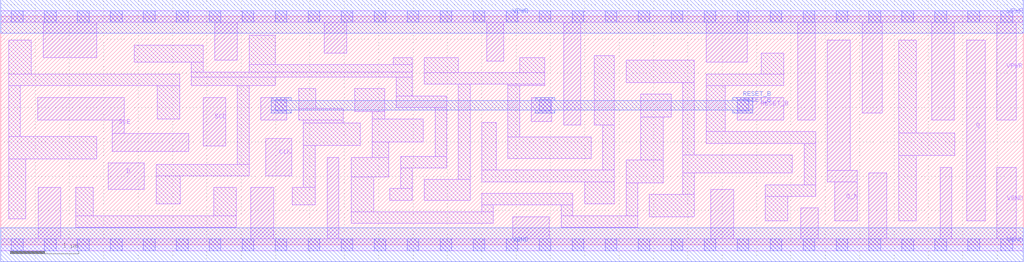
<source format=lef>
# Copyright 2020 The SkyWater PDK Authors
#
# Licensed under the Apache License, Version 2.0 (the "License");
# you may not use this file except in compliance with the License.
# You may obtain a copy of the License at
#
#     https://www.apache.org/licenses/LICENSE-2.0
#
# Unless required by applicable law or agreed to in writing, software
# distributed under the License is distributed on an "AS IS" BASIS,
# WITHOUT WARRANTIES OR CONDITIONS OF ANY KIND, either express or implied.
# See the License for the specific language governing permissions and
# limitations under the License.
#
# SPDX-License-Identifier: Apache-2.0

VERSION 5.7 ;
  NAMESCASESENSITIVE ON ;
  NOWIREEXTENSIONATPIN ON ;
  DIVIDERCHAR "/" ;
  BUSBITCHARS "[]" ;
UNITS
  DATABASE MICRONS 200 ;
END UNITS
MACRO sky130_fd_sc_ms__sdfrbp_2
  CLASS CORE ;
  SOURCE USER ;
  FOREIGN sky130_fd_sc_ms__sdfrbp_2 ;
  ORIGIN  0.000000  0.000000 ;
  SIZE  14.88000 BY  3.330000 ;
  SYMMETRY X Y R90 ;
  SITE unit ;
  PIN D
    ANTENNAGATEAREA  0.178200 ;
    DIRECTION INPUT ;
    USE SIGNAL ;
    PORT
      LAYER li1 ;
        RECT 1.565000 0.810000 2.090000 1.190000 ;
    END
  END D
  PIN Q
    ANTENNADIFFAREA  0.509600 ;
    DIRECTION OUTPUT ;
    USE SIGNAL ;
    PORT
      LAYER li1 ;
        RECT 14.055000 0.350000 14.325000 2.980000 ;
    END
  END Q
  PIN Q_N
    ANTENNADIFFAREA  0.509600 ;
    DIRECTION OUTPUT ;
    USE SIGNAL ;
    PORT
      LAYER li1 ;
        RECT 12.030000 0.915000 12.465000 1.085000 ;
        RECT 12.030000 1.085000 12.360000 2.980000 ;
        RECT 12.135000 0.350000 12.465000 0.915000 ;
    END
  END Q_N
  PIN RESET_B
    ANTENNAGATEAREA  0.455400 ;
    DIRECTION INPUT ;
    USE SIGNAL ;
    PORT
      LAYER li1 ;
        RECT  3.785000 1.820000  4.165000 2.150000 ;
        RECT  7.720000 1.795000  8.020000 2.150000 ;
        RECT 10.715000 1.820000 11.395000 2.150000 ;
      LAYER mcon ;
        RECT  3.995000 1.950000  4.165000 2.120000 ;
        RECT  7.835000 1.950000  8.005000 2.120000 ;
        RECT 10.715000 1.950000 10.885000 2.120000 ;
      LAYER met1 ;
        RECT  3.935000 1.920000  4.225000 1.965000 ;
        RECT  3.935000 1.965000 10.945000 2.105000 ;
        RECT  3.935000 2.105000  4.225000 2.150000 ;
        RECT  7.775000 1.920000  8.065000 1.965000 ;
        RECT  7.775000 2.105000  8.065000 2.150000 ;
        RECT 10.655000 1.920000 10.945000 1.965000 ;
        RECT 10.655000 2.105000 10.945000 2.150000 ;
    END
  END RESET_B
  PIN SCD
    ANTENNAGATEAREA  0.178200 ;
    DIRECTION INPUT ;
    USE SIGNAL ;
    PORT
      LAYER li1 ;
        RECT 2.945000 1.440000 3.275000 2.150000 ;
    END
  END SCD
  PIN SCE
    ANTENNAGATEAREA  0.356400 ;
    DIRECTION INPUT ;
    USE SIGNAL ;
    PORT
      LAYER li1 ;
        RECT 0.540000 1.820000 1.795000 2.150000 ;
        RECT 1.625000 1.360000 2.735000 1.620000 ;
        RECT 1.625000 1.620000 1.795000 1.820000 ;
    END
  END SCE
  PIN CLK
    ANTENNAGATEAREA  0.312600 ;
    DIRECTION INPUT ;
    USE CLOCK ;
    PORT
      LAYER li1 ;
        RECT 3.855000 1.005000 4.235000 1.550000 ;
    END
  END CLK
  PIN VGND
    DIRECTION INOUT ;
    USE GROUND ;
    PORT
      LAYER li1 ;
        RECT  0.000000 -0.085000 14.880000 0.085000 ;
        RECT  0.545000  0.085000  0.875000 0.835000 ;
        RECT  3.640000  0.085000  3.970000 0.835000 ;
        RECT  4.750000  0.085000  4.920000 1.275000 ;
        RECT  7.450000  0.085000  7.985000 0.410000 ;
        RECT 10.335000  0.085000 10.665000 0.810000 ;
        RECT 11.645000  0.085000 11.895000 0.535000 ;
        RECT 12.635000  0.085000 12.895000 1.050000 ;
        RECT 13.670000  0.085000 13.840000 1.130000 ;
        RECT 14.495000  0.085000 14.780000 1.130000 ;
      LAYER mcon ;
        RECT  0.155000 -0.085000  0.325000 0.085000 ;
        RECT  0.635000 -0.085000  0.805000 0.085000 ;
        RECT  1.115000 -0.085000  1.285000 0.085000 ;
        RECT  1.595000 -0.085000  1.765000 0.085000 ;
        RECT  2.075000 -0.085000  2.245000 0.085000 ;
        RECT  2.555000 -0.085000  2.725000 0.085000 ;
        RECT  3.035000 -0.085000  3.205000 0.085000 ;
        RECT  3.515000 -0.085000  3.685000 0.085000 ;
        RECT  3.995000 -0.085000  4.165000 0.085000 ;
        RECT  4.475000 -0.085000  4.645000 0.085000 ;
        RECT  4.955000 -0.085000  5.125000 0.085000 ;
        RECT  5.435000 -0.085000  5.605000 0.085000 ;
        RECT  5.915000 -0.085000  6.085000 0.085000 ;
        RECT  6.395000 -0.085000  6.565000 0.085000 ;
        RECT  6.875000 -0.085000  7.045000 0.085000 ;
        RECT  7.355000 -0.085000  7.525000 0.085000 ;
        RECT  7.835000 -0.085000  8.005000 0.085000 ;
        RECT  8.315000 -0.085000  8.485000 0.085000 ;
        RECT  8.795000 -0.085000  8.965000 0.085000 ;
        RECT  9.275000 -0.085000  9.445000 0.085000 ;
        RECT  9.755000 -0.085000  9.925000 0.085000 ;
        RECT 10.235000 -0.085000 10.405000 0.085000 ;
        RECT 10.715000 -0.085000 10.885000 0.085000 ;
        RECT 11.195000 -0.085000 11.365000 0.085000 ;
        RECT 11.675000 -0.085000 11.845000 0.085000 ;
        RECT 12.155000 -0.085000 12.325000 0.085000 ;
        RECT 12.635000 -0.085000 12.805000 0.085000 ;
        RECT 13.115000 -0.085000 13.285000 0.085000 ;
        RECT 13.595000 -0.085000 13.765000 0.085000 ;
        RECT 14.075000 -0.085000 14.245000 0.085000 ;
        RECT 14.555000 -0.085000 14.725000 0.085000 ;
      LAYER met1 ;
        RECT 0.000000 -0.245000 14.880000 0.245000 ;
    END
  END VGND
  PIN VPWR
    DIRECTION INOUT ;
    USE POWER ;
    PORT
      LAYER li1 ;
        RECT  0.000000 3.245000 14.880000 3.415000 ;
        RECT  0.615000 2.730000  1.400000 3.245000 ;
        RECT  3.115000 2.690000  3.445000 3.245000 ;
        RECT  4.705000 2.795000  5.035000 3.245000 ;
        RECT  7.070000 2.680000  7.320000 3.245000 ;
        RECT  8.190000 1.745000  8.440000 3.245000 ;
        RECT 10.265000 2.660000 10.860000 3.245000 ;
        RECT 11.600000 1.820000 11.850000 3.245000 ;
        RECT 12.540000 1.920000 12.830000 3.245000 ;
        RECT 13.545000 1.820000 13.875000 3.245000 ;
        RECT 14.495000 1.820000 14.775000 3.245000 ;
      LAYER mcon ;
        RECT  0.155000 3.245000  0.325000 3.415000 ;
        RECT  0.635000 3.245000  0.805000 3.415000 ;
        RECT  1.115000 3.245000  1.285000 3.415000 ;
        RECT  1.595000 3.245000  1.765000 3.415000 ;
        RECT  2.075000 3.245000  2.245000 3.415000 ;
        RECT  2.555000 3.245000  2.725000 3.415000 ;
        RECT  3.035000 3.245000  3.205000 3.415000 ;
        RECT  3.515000 3.245000  3.685000 3.415000 ;
        RECT  3.995000 3.245000  4.165000 3.415000 ;
        RECT  4.475000 3.245000  4.645000 3.415000 ;
        RECT  4.955000 3.245000  5.125000 3.415000 ;
        RECT  5.435000 3.245000  5.605000 3.415000 ;
        RECT  5.915000 3.245000  6.085000 3.415000 ;
        RECT  6.395000 3.245000  6.565000 3.415000 ;
        RECT  6.875000 3.245000  7.045000 3.415000 ;
        RECT  7.355000 3.245000  7.525000 3.415000 ;
        RECT  7.835000 3.245000  8.005000 3.415000 ;
        RECT  8.315000 3.245000  8.485000 3.415000 ;
        RECT  8.795000 3.245000  8.965000 3.415000 ;
        RECT  9.275000 3.245000  9.445000 3.415000 ;
        RECT  9.755000 3.245000  9.925000 3.415000 ;
        RECT 10.235000 3.245000 10.405000 3.415000 ;
        RECT 10.715000 3.245000 10.885000 3.415000 ;
        RECT 11.195000 3.245000 11.365000 3.415000 ;
        RECT 11.675000 3.245000 11.845000 3.415000 ;
        RECT 12.155000 3.245000 12.325000 3.415000 ;
        RECT 12.635000 3.245000 12.805000 3.415000 ;
        RECT 13.115000 3.245000 13.285000 3.415000 ;
        RECT 13.595000 3.245000 13.765000 3.415000 ;
        RECT 14.075000 3.245000 14.245000 3.415000 ;
        RECT 14.555000 3.245000 14.725000 3.415000 ;
      LAYER met1 ;
        RECT 0.000000 3.085000 14.880000 3.575000 ;
    END
  END VPWR
  OBS
    LAYER li1 ;
      RECT  0.115000 0.375000  0.365000 1.250000 ;
      RECT  0.115000 1.250000  1.395000 1.580000 ;
      RECT  0.115000 1.580000  0.285000 2.320000 ;
      RECT  0.115000 2.320000  2.605000 2.490000 ;
      RECT  0.115000 2.490000  0.445000 2.980000 ;
      RECT  1.095000 0.255000  3.430000 0.425000 ;
      RECT  1.095000 0.425000  1.345000 0.835000 ;
      RECT  1.940000 2.660000  2.945000 2.910000 ;
      RECT  2.260000 0.595000  2.610000 1.005000 ;
      RECT  2.260000 1.005000  3.615000 1.175000 ;
      RECT  2.275000 1.830000  2.605000 2.320000 ;
      RECT  2.775000 2.320000  3.995000 2.445000 ;
      RECT  2.775000 2.445000  5.985000 2.520000 ;
      RECT  2.775000 2.520000  2.945000 2.660000 ;
      RECT  3.100000 0.425000  3.430000 0.835000 ;
      RECT  3.445000 1.175000  3.615000 2.320000 ;
      RECT  3.615000 2.520000  5.985000 2.625000 ;
      RECT  3.615000 2.625000  3.995000 3.055000 ;
      RECT  4.240000 0.585000  4.575000 0.835000 ;
      RECT  4.335000 1.820000  4.985000 1.990000 ;
      RECT  4.335000 1.990000  4.585000 2.275000 ;
      RECT  4.405000 0.835000  4.575000 1.445000 ;
      RECT  4.405000 1.445000  5.235000 1.775000 ;
      RECT  4.405000 1.775000  4.985000 1.820000 ;
      RECT  5.100000 0.310000  7.170000 0.480000 ;
      RECT  5.100000 0.480000  5.430000 0.990000 ;
      RECT  5.100000 0.990000  5.645000 1.275000 ;
      RECT  5.155000 1.945000  5.585000 2.275000 ;
      RECT  5.405000 1.275000  5.645000 1.500000 ;
      RECT  5.405000 1.500000  6.150000 1.830000 ;
      RECT  5.405000 1.830000  5.585000 1.945000 ;
      RECT  5.660000 0.650000  5.990000 0.820000 ;
      RECT  5.710000 2.625000  5.985000 2.725000 ;
      RECT  5.755000 2.000000  6.490000 2.170000 ;
      RECT  5.755000 2.170000  5.985000 2.445000 ;
      RECT  5.820000 0.820000  5.990000 1.120000 ;
      RECT  5.820000 1.120000  6.490000 1.290000 ;
      RECT  6.160000 0.650000  6.830000 0.950000 ;
      RECT  6.160000 2.340000  7.915000 2.510000 ;
      RECT  6.160000 2.510000  6.660000 2.725000 ;
      RECT  6.320000 1.290000  6.490000 2.000000 ;
      RECT  6.660000 0.950000  6.830000 2.340000 ;
      RECT  7.000000 0.480000  7.170000 0.580000 ;
      RECT  7.000000 0.580000  8.325000 0.750000 ;
      RECT  7.000000 0.920000  8.930000 1.090000 ;
      RECT  7.000000 1.090000  7.210000 1.780000 ;
      RECT  7.380000 1.260000  8.590000 1.575000 ;
      RECT  7.380000 1.575000  7.550000 2.320000 ;
      RECT  7.380000 2.320000  7.915000 2.340000 ;
      RECT  7.550000 2.510000  7.915000 2.725000 ;
      RECT  8.155000 0.255000  9.270000 0.425000 ;
      RECT  8.155000 0.425000  8.325000 0.580000 ;
      RECT  8.495000 0.595000  8.930000 0.920000 ;
      RECT  8.640000 1.745000  8.930000 2.755000 ;
      RECT  8.760000 1.090000  8.930000 1.745000 ;
      RECT  9.100000 0.425000  9.270000 0.905000 ;
      RECT  9.100000 0.905000  9.640000 1.235000 ;
      RECT  9.100000 2.365000 10.095000 2.695000 ;
      RECT  9.310000 1.235000  9.640000 1.865000 ;
      RECT  9.310000 1.865000  9.755000 2.195000 ;
      RECT  9.440000 0.405000 10.095000 0.735000 ;
      RECT  9.925000 0.735000 10.095000 1.045000 ;
      RECT  9.925000 1.045000 11.520000 1.310000 ;
      RECT  9.925000 1.310000 10.095000 2.365000 ;
      RECT 10.265000 1.480000 11.860000 1.650000 ;
      RECT 10.265000 1.650000 10.545000 2.320000 ;
      RECT 10.265000 2.320000 11.395000 2.490000 ;
      RECT 11.065000 2.490000 11.395000 2.795000 ;
      RECT 11.125000 0.350000 11.455000 0.705000 ;
      RECT 11.125000 0.705000 11.860000 0.875000 ;
      RECT 11.690000 0.875000 11.860000 1.480000 ;
      RECT 13.065000 0.350000 13.325000 1.300000 ;
      RECT 13.065000 1.300000 13.885000 1.630000 ;
      RECT 13.065000 1.630000 13.325000 2.980000 ;
  END
END sky130_fd_sc_ms__sdfrbp_2

</source>
